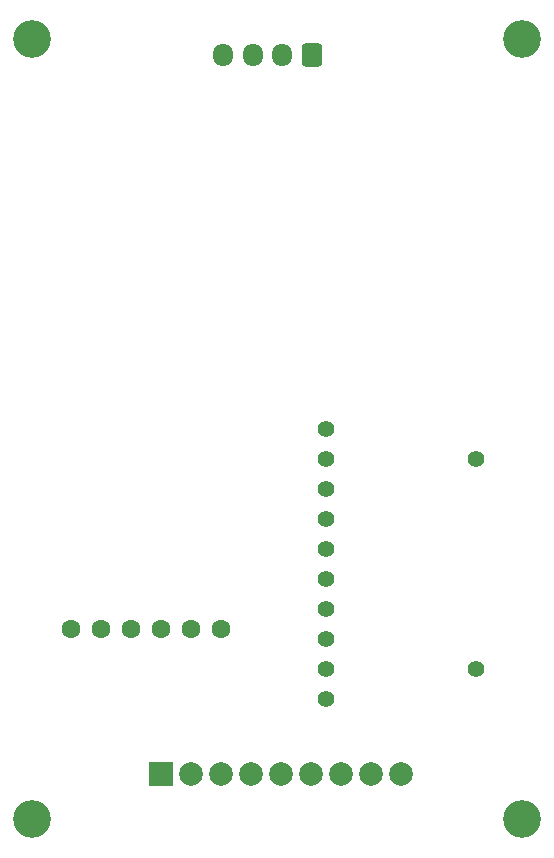
<source format=gbr>
%TF.GenerationSoftware,KiCad,Pcbnew,(6.0.7)*%
%TF.CreationDate,2023-03-01T00:46:33+09:00*%
%TF.ProjectId,Underside,556e6465-7273-4696-9465-2e6b69636164,rev?*%
%TF.SameCoordinates,Original*%
%TF.FileFunction,Soldermask,Bot*%
%TF.FilePolarity,Negative*%
%FSLAX46Y46*%
G04 Gerber Fmt 4.6, Leading zero omitted, Abs format (unit mm)*
G04 Created by KiCad (PCBNEW (6.0.7)) date 2023-03-01 00:46:33*
%MOMM*%
%LPD*%
G01*
G04 APERTURE LIST*
G04 Aperture macros list*
%AMRoundRect*
0 Rectangle with rounded corners*
0 $1 Rounding radius*
0 $2 $3 $4 $5 $6 $7 $8 $9 X,Y pos of 4 corners*
0 Add a 4 corners polygon primitive as box body*
4,1,4,$2,$3,$4,$5,$6,$7,$8,$9,$2,$3,0*
0 Add four circle primitives for the rounded corners*
1,1,$1+$1,$2,$3*
1,1,$1+$1,$4,$5*
1,1,$1+$1,$6,$7*
1,1,$1+$1,$8,$9*
0 Add four rect primitives between the rounded corners*
20,1,$1+$1,$2,$3,$4,$5,0*
20,1,$1+$1,$4,$5,$6,$7,0*
20,1,$1+$1,$6,$7,$8,$9,0*
20,1,$1+$1,$8,$9,$2,$3,0*%
G04 Aperture macros list end*
%ADD10RoundRect,0.250000X0.600000X0.725000X-0.600000X0.725000X-0.600000X-0.725000X0.600000X-0.725000X0*%
%ADD11O,1.700000X1.950000*%
%ADD12C,1.400000*%
%ADD13C,1.600000*%
%ADD14C,3.200000*%
%ADD15R,2.000000X2.000000*%
%ADD16C,2.000000*%
G04 APERTURE END LIST*
D10*
%TO.C,TORICA-UART1*%
X111270000Y-54670000D03*
D11*
X108770000Y-54670000D03*
X106270000Y-54670000D03*
X103770000Y-54670000D03*
%TD*%
D12*
%TO.C,J1*%
X112440000Y-86360000D03*
X112440000Y-88900000D03*
X112440000Y-91440000D03*
X112440000Y-93980000D03*
X112440000Y-96520000D03*
X112440000Y-99060000D03*
X112440000Y-101600000D03*
X112440000Y-104140000D03*
X112440000Y-106680000D03*
X112440000Y-109220000D03*
X125140000Y-106680000D03*
X125140000Y-88900000D03*
%TD*%
D13*
%TO.C,U1*%
X103550000Y-103290000D03*
X101010000Y-103290000D03*
X98470000Y-103290000D03*
X95930000Y-103290000D03*
X93390000Y-103290000D03*
X90850000Y-103290000D03*
%TD*%
D14*
%TO.C,REF2*%
X87580000Y-119360000D03*
%TD*%
%TO.C,REF3*%
X129080000Y-119360000D03*
%TD*%
%TO.C,REF4*%
X129080000Y-53360000D03*
%TD*%
%TO.C,REF1*%
X87580000Y-53360000D03*
%TD*%
D15*
%TO.C,U2*%
X98470000Y-115570000D03*
D16*
X101010000Y-115570000D03*
X103550000Y-115570000D03*
X106090000Y-115570000D03*
X108630000Y-115570000D03*
X111170000Y-115570000D03*
X113710000Y-115570000D03*
X116250000Y-115570000D03*
X118790000Y-115570000D03*
%TD*%
M02*

</source>
